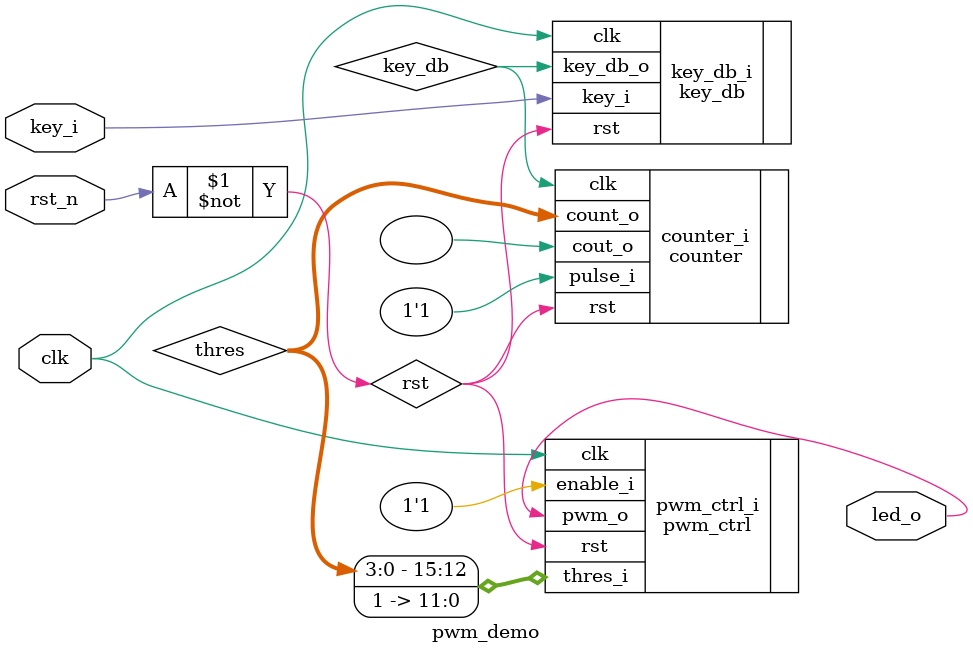
<source format=v>
`timescale 1ns/1ns

module pwm_demo(
    input  clk,
    input  rst_n,
    input  key_i,
    output led_o
);

    wire rst = ~rst_n;

    wire key_db;
    key_db key_db_i(
        .clk         (clk),
        .rst         (rst),
        .key_i       (key_i),
        .key_db_o    (key_db)
    );

    wire [3:0] thres;
    counter #(
        .WIDTH       (4),
        .DATA_MAX    (15)
    ) counter_i (
        .clk         (key_db),
        .rst         (rst),
        .pulse_i     (1'b1),
        .cout_o      (),
        .count_o     (thres[3:0])
    );

    pwm_ctrl pwm_ctrl_i(
        .clk        (clk),
        .rst        (rst),
        .enable_i   (1'b1),
        .thres_i    ({thres[3:0], 12'hfff}),
        .pwm_o      (led_o)
    );

endmodule 
</source>
